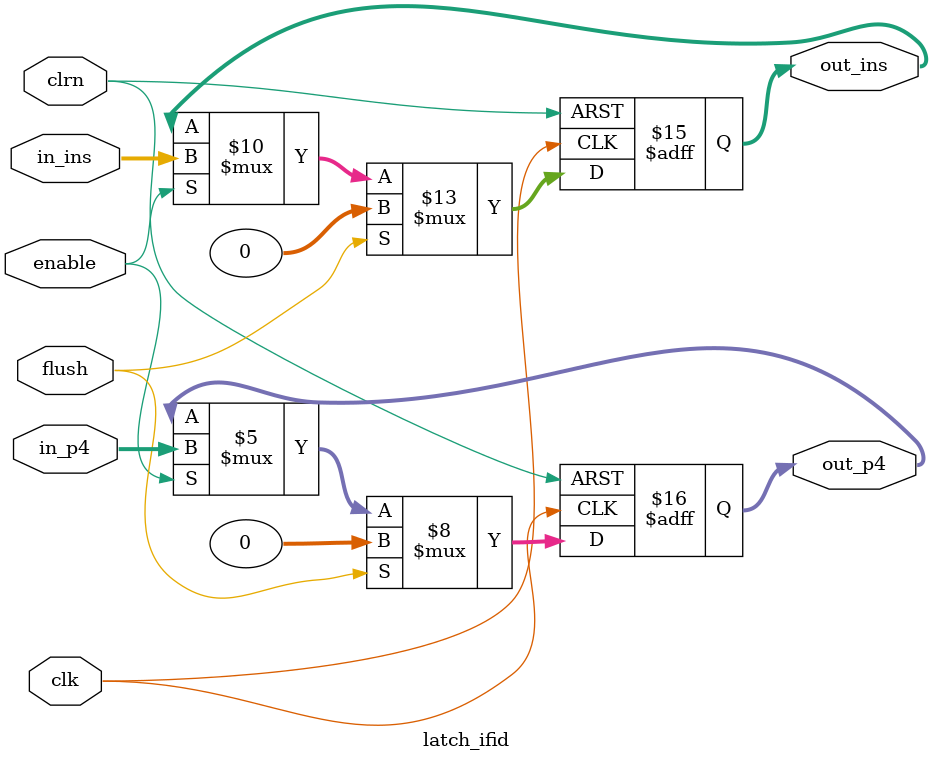
<source format=v>
module latch_ifid (clrn,clk,enable,flush,in_ins,in_p4,out_ins,out_p4); 

input   [31:0]  in_ins,in_p4; 
input           enable,clk;
input           clrn;
input           flush;        

output  [31:0]  out_ins,out_p4; 
 
reg     [31:0]  out_ins,out_p4;  


always @(posedge clk or negedge clrn)         
begin           
    if (clrn == 0)               
    begin                 // reset                 
        out_ins <= 0; 
        out_p4 <= 0;
    end
    else
    begin 
		if(flush==1)
		begin 
			out_ins <=0; 
			out_p4<=0;
		end
        else
        begin
            if (enable == 1)
            begin                    
                out_ins <= in_ins;          
                out_p4 <= in_p4;
            end
        end
	end
end

endmodule
 
</source>
